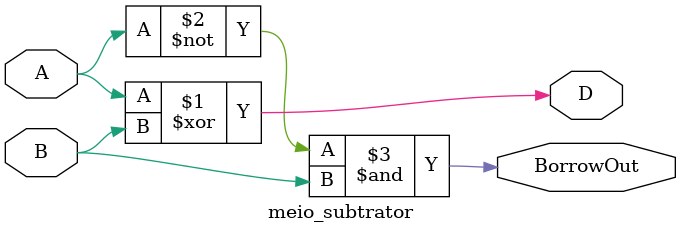
<source format=v>
module full_sub_struct_alt (
    input A, B, BorrowIn,
    output D, BorrowOut
);
    // Sinais intermediários
    wire D1, Borrow1, Borrow2;
    // Instância do primeiro meio subtrator
    meio_subtrator ms1 (
        .A(A),
        .B(B),
        .D(D1),
        .BorrowOut(Borrow1)
    );
    // Instância do segundo meio subtrator
    meio_subtrator ms2 (
        .A(D1),
        .B(BorrowIn),
        .D(D),
        .BorrowOut(Borrow2)
    );
    // Porta lógica OR para calcular o Borrow Out final
    assign BorrowOut = Borrow1 | Borrow2;
endmodule

module meio_subtrator (
    input A, B,
    output D, BorrowOut
);
    assign D = A ^ B;             // Diferença (XOR)
    assign BorrowOut = ~A & B;    // Borrow (AND com NOT)
endmodule

</source>
